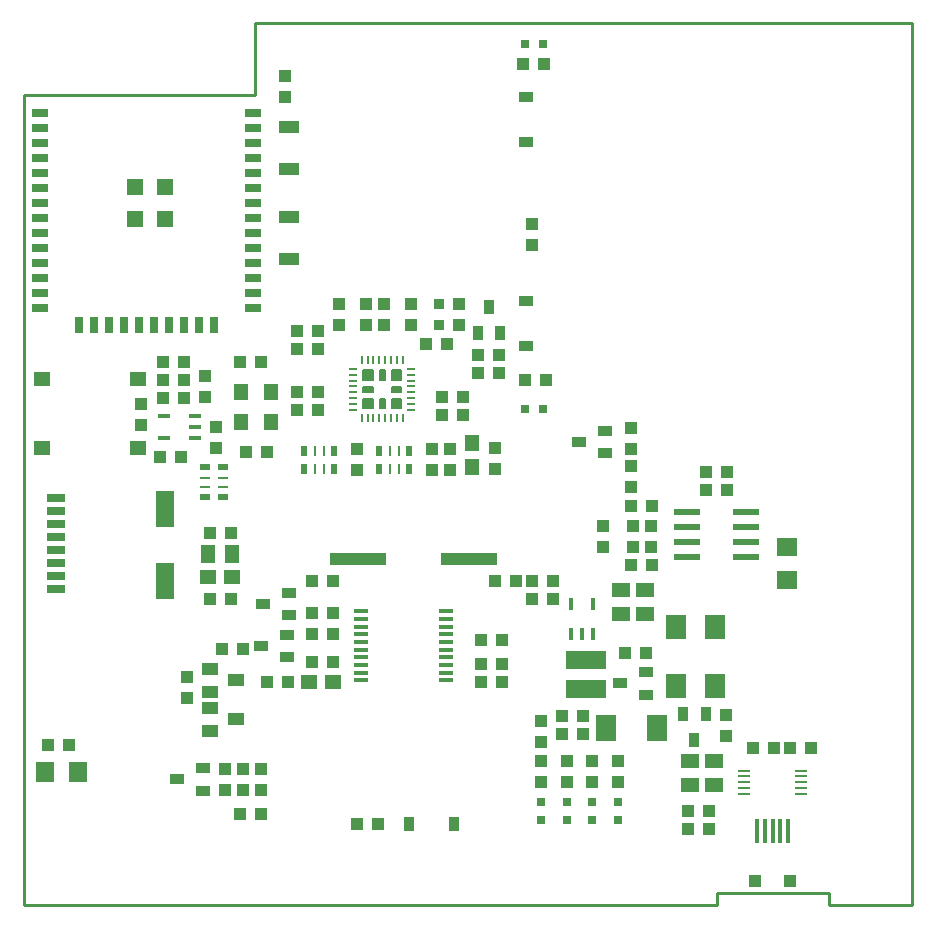
<source format=gbr>
G04 #@! TF.GenerationSoftware,KiCad,Pcbnew,no-vcs-found-ddec803~58~ubuntu14.04.1*
G04 #@! TF.CreationDate,2017-06-01T11:20:14+03:00*
G04 #@! TF.ProjectId,ESP32-EVB_Rev_C,45535033322D4556425F5265765F432E,C*
G04 #@! TF.FileFunction,Paste,Top*
G04 #@! TF.FilePolarity,Positive*
%FSLAX46Y46*%
G04 Gerber Fmt 4.6, Leading zero omitted, Abs format (unit mm)*
G04 Created by KiCad (PCBNEW no-vcs-found-ddec803~58~ubuntu14.04.1) date Thu Jun  1 11:20:14 2017*
%MOMM*%
%LPD*%
G01*
G04 APERTURE LIST*
%ADD10C,0.100000*%
%ADD11C,0.254000*%
%ADD12C,0.200000*%
%ADD13R,1.100000X1.000000*%
%ADD14R,0.325000X2.150000*%
%ADD15R,0.980000X0.230000*%
%ADD16R,2.200000X0.600000*%
%ADD17R,1.270000X0.325000*%
%ADD18R,0.230000X0.780000*%
%ADD19R,0.780000X0.230000*%
%ADD20R,0.914400X0.914400*%
%ADD21R,1.435000X0.635000*%
%ADD22R,0.635000X1.435000*%
%ADD23R,1.400000X1.400000*%
%ADD24R,1.500000X3.100000*%
%ADD25R,1.500000X0.800000*%
%ADD26R,1.524000X1.270000*%
%ADD27R,1.016000X1.016000*%
%ADD28R,1.270000X1.524000*%
%ADD29R,1.200000X1.400000*%
%ADD30R,1.298400X0.898400*%
%ADD31R,1.778000X2.286000*%
%ADD32R,1.700000X2.000000*%
%ADD33R,0.898400X1.298400*%
%ADD34R,1.422400X1.168400*%
%ADD35R,3.398400X1.498400*%
%ADD36R,1.168400X1.422400*%
%ADD37R,0.800000X0.800000*%
%ADD38R,0.914400X0.279400*%
%ADD39R,0.914400X0.533400*%
%ADD40R,0.279400X0.914400*%
%ADD41R,0.533400X0.914400*%
%ADD42R,0.448400X1.098400*%
%ADD43R,1.778000X1.016000*%
%ADD44R,4.724400X0.998400*%
%ADD45R,1.778000X1.524000*%
%ADD46R,1.524000X1.778000*%
%ADD47R,1.098400X0.448400*%
%ADD48R,1.400000X1.000000*%
G04 APERTURE END LIST*
D10*
D11*
X137795000Y-141732000D02*
X144780000Y-141732000D01*
X137795000Y-140716000D02*
X137795000Y-141732000D01*
X128270000Y-140716000D02*
X137795000Y-140716000D01*
X128270000Y-141732000D02*
X128270000Y-140716000D01*
X69596000Y-141732000D02*
X128270000Y-141732000D01*
X89154000Y-67056000D02*
X144780000Y-67056000D01*
X89154000Y-73152000D02*
X89154000Y-67056000D01*
X69596000Y-73152000D02*
X89154000Y-73152000D01*
X69596000Y-141732000D02*
X69596000Y-73152000D01*
X144780000Y-141732000D02*
X144780000Y-67056000D01*
D12*
X101549000Y-97244000D02*
X101549000Y-96444000D01*
X100749000Y-97244000D02*
X101549000Y-97244000D01*
X100749000Y-96444000D02*
X100749000Y-97244000D01*
X101549000Y-96444000D02*
X100749000Y-96444000D01*
X101549000Y-96544000D02*
X100749000Y-96544000D01*
X101549000Y-96644000D02*
X100749000Y-96644000D01*
X101549000Y-96744000D02*
X100749000Y-96744000D01*
X101549000Y-96844000D02*
X100749000Y-96844000D01*
X101549000Y-96944000D02*
X100749000Y-96944000D01*
X101549000Y-97044000D02*
X100749000Y-97044000D01*
X101549000Y-97144000D02*
X100749000Y-97144000D01*
X99149000Y-97144000D02*
X98349000Y-97144000D01*
X99149000Y-97044000D02*
X98349000Y-97044000D01*
X99149000Y-96944000D02*
X98349000Y-96944000D01*
X99149000Y-96844000D02*
X98349000Y-96844000D01*
X99149000Y-96744000D02*
X98349000Y-96744000D01*
X99149000Y-96644000D02*
X98349000Y-96644000D01*
X99149000Y-96544000D02*
X98349000Y-96544000D01*
X99149000Y-96444000D02*
X98349000Y-96444000D01*
X98349000Y-96444000D02*
X98349000Y-97244000D01*
X98349000Y-97244000D02*
X99149000Y-97244000D01*
X99149000Y-97244000D02*
X99149000Y-96444000D01*
X101549000Y-99544000D02*
X100749000Y-99544000D01*
X101549000Y-99444000D02*
X100749000Y-99444000D01*
X101549000Y-99344000D02*
X100749000Y-99344000D01*
X101549000Y-99244000D02*
X100749000Y-99244000D01*
X101549000Y-99144000D02*
X100749000Y-99144000D01*
X101549000Y-99044000D02*
X100749000Y-99044000D01*
X101549000Y-98944000D02*
X100749000Y-98944000D01*
X101549000Y-98844000D02*
X100749000Y-98844000D01*
X100749000Y-98844000D02*
X100749000Y-99644000D01*
X100749000Y-99644000D02*
X101549000Y-99644000D01*
X101549000Y-99644000D02*
X101549000Y-98844000D01*
X99149000Y-99644000D02*
X99149000Y-98844000D01*
X98349000Y-99644000D02*
X99149000Y-99644000D01*
X98349000Y-98844000D02*
X98349000Y-99644000D01*
X99149000Y-98844000D02*
X98349000Y-98844000D01*
X99149000Y-98944000D02*
X98349000Y-98944000D01*
X99149000Y-99044000D02*
X98349000Y-99044000D01*
X99149000Y-99144000D02*
X98349000Y-99144000D01*
X99149000Y-99244000D02*
X98349000Y-99244000D01*
X99149000Y-99344000D02*
X98349000Y-99344000D01*
X99149000Y-99444000D02*
X98349000Y-99444000D01*
X99149000Y-99544000D02*
X98349000Y-99544000D01*
X99749000Y-96444000D02*
X100149000Y-96444000D01*
X99749000Y-97244000D02*
X99749000Y-96444000D01*
X100149000Y-97244000D02*
X99749000Y-97244000D01*
X100149000Y-96444000D02*
X100149000Y-97244000D01*
X100049000Y-96444000D02*
X100049000Y-97244000D01*
X99949000Y-96444000D02*
X99949000Y-97244000D01*
X99849000Y-96444000D02*
X99849000Y-97244000D01*
X99849000Y-98844000D02*
X99849000Y-99644000D01*
X99949000Y-98844000D02*
X99949000Y-99644000D01*
X100049000Y-98844000D02*
X100049000Y-99644000D01*
X100149000Y-98844000D02*
X100149000Y-99644000D01*
X100149000Y-99644000D02*
X99749000Y-99644000D01*
X99749000Y-99644000D02*
X99749000Y-98844000D01*
X99749000Y-98844000D02*
X100149000Y-98844000D01*
X101549000Y-98244000D02*
X101549000Y-97844000D01*
X100749000Y-98244000D02*
X101549000Y-98244000D01*
X100749000Y-97844000D02*
X100749000Y-98244000D01*
X101549000Y-97844000D02*
X100749000Y-97844000D01*
X101549000Y-97944000D02*
X100749000Y-97944000D01*
X100749000Y-98044000D02*
X101549000Y-98044000D01*
X101549000Y-98144000D02*
X100749000Y-98144000D01*
X99149000Y-98144000D02*
X98349000Y-98144000D01*
X98349000Y-98044000D02*
X99149000Y-98044000D01*
X99149000Y-97944000D02*
X98349000Y-97944000D01*
X99149000Y-97844000D02*
X98349000Y-97844000D01*
X98349000Y-97844000D02*
X98349000Y-98244000D01*
X98349000Y-98244000D02*
X99149000Y-98244000D01*
X99149000Y-98244000D02*
X99149000Y-97844000D01*
D13*
X134500000Y-139703000D03*
X131500000Y-139703000D03*
D14*
X134300000Y-135403000D03*
X133650000Y-135403000D03*
X133000000Y-135403000D03*
X132350000Y-135403000D03*
X131700000Y-135403000D03*
D15*
X135369000Y-130318000D03*
X135369000Y-130818000D03*
X135369000Y-131318000D03*
X135369000Y-131818000D03*
X135369000Y-132318000D03*
X130569000Y-132318000D03*
X130569000Y-131818000D03*
X130569000Y-131318000D03*
X130569000Y-130818000D03*
X130569000Y-130318000D03*
D16*
X130770000Y-108458000D03*
X130770000Y-109728000D03*
X130770000Y-110998000D03*
X130770000Y-112268000D03*
X125770000Y-112268000D03*
X125770000Y-110998000D03*
X125770000Y-109728000D03*
X125770000Y-108458000D03*
D17*
X105346500Y-122686000D03*
X105346500Y-122036000D03*
X105346500Y-121386000D03*
X105346500Y-120736000D03*
X105346500Y-120086000D03*
X105346500Y-119436000D03*
X105346500Y-118786000D03*
X105346500Y-118136000D03*
X105346500Y-117486000D03*
X105346500Y-116836000D03*
X98107500Y-116836000D03*
X98107500Y-117486000D03*
X98107500Y-118136000D03*
X98107500Y-118786000D03*
X98107500Y-119436000D03*
X98107500Y-120086000D03*
X98107500Y-120736000D03*
X98107500Y-121386000D03*
X98107500Y-122036000D03*
X98107500Y-122686000D03*
D18*
X98199000Y-95594000D03*
X98699000Y-95594000D03*
X99199000Y-95594000D03*
X99699000Y-95594000D03*
X100199000Y-95594000D03*
X100699000Y-95594000D03*
X101199000Y-95594000D03*
X101699000Y-95594000D03*
D19*
X102399000Y-96294000D03*
X102399000Y-96794000D03*
X102399000Y-97294000D03*
X102399000Y-97794000D03*
X102399000Y-98294000D03*
X102399000Y-98794000D03*
X102399000Y-99294000D03*
X102399000Y-99794000D03*
D18*
X101699000Y-100494000D03*
X101199000Y-100494000D03*
X100699000Y-100494000D03*
X100199000Y-100494000D03*
X99699000Y-100494000D03*
X99199000Y-100494000D03*
X98699000Y-100494000D03*
X98199000Y-100494000D03*
D19*
X97499000Y-99794000D03*
X97499000Y-99294000D03*
X97499000Y-98794000D03*
X97499000Y-98294000D03*
X97499000Y-97794000D03*
X97499000Y-97294000D03*
X97499000Y-96794000D03*
X97499000Y-96294000D03*
D20*
X104775000Y-92583000D03*
X104775000Y-90805000D03*
D21*
X89010000Y-74673000D03*
X89010000Y-75943000D03*
X89010000Y-77213000D03*
X89010000Y-78483000D03*
X89010000Y-79753000D03*
X89010000Y-81023000D03*
X89010000Y-82293000D03*
X89010000Y-83563000D03*
X89010000Y-84833000D03*
X89010000Y-86103000D03*
X89010000Y-87373000D03*
X89010000Y-88643000D03*
X89010000Y-89913000D03*
X89010000Y-91183000D03*
D22*
X85740000Y-92633000D03*
X84470000Y-92633000D03*
X83200000Y-92633000D03*
X81930000Y-92633000D03*
X80660000Y-92633000D03*
X79390000Y-92633000D03*
X78120000Y-92633000D03*
X76850000Y-92633000D03*
X75580000Y-92633000D03*
X74310000Y-92633000D03*
D21*
X71010000Y-91143000D03*
X71010000Y-89873000D03*
X71010000Y-88603000D03*
X71010000Y-87333000D03*
X71010000Y-86063000D03*
X71010000Y-84793000D03*
X71010000Y-83523000D03*
X71010000Y-82253000D03*
X71010000Y-80983000D03*
X71010000Y-79713000D03*
X71010000Y-78443000D03*
X71010000Y-77173000D03*
X71010000Y-75903000D03*
X71010000Y-74633000D03*
D23*
X79011000Y-80949000D03*
X81551000Y-80949000D03*
X79036400Y-83616000D03*
X81576400Y-83616000D03*
D24*
X81577000Y-114275000D03*
X81577000Y-108215000D03*
D25*
X72327000Y-107275000D03*
X72327000Y-108375000D03*
X72327000Y-109475000D03*
X72327000Y-110575000D03*
X72327000Y-111675000D03*
X72327000Y-112775000D03*
X72327000Y-113875000D03*
X72327000Y-114975000D03*
D26*
X125984000Y-131572000D03*
X125984000Y-129540000D03*
X128016000Y-129540000D03*
X128016000Y-131572000D03*
D27*
X91948000Y-122809000D03*
X90170000Y-122809000D03*
X116967000Y-125730000D03*
X115189000Y-125730000D03*
X116967000Y-127254000D03*
X115189000Y-127254000D03*
X105664000Y-104902000D03*
X105664000Y-103124000D03*
X104140000Y-104902000D03*
X104140000Y-103124000D03*
D28*
X85217000Y-112014000D03*
X87249000Y-112014000D03*
D27*
X106426000Y-92583000D03*
X106426000Y-90805000D03*
X109474000Y-104775000D03*
X109474000Y-102997000D03*
X97790000Y-104902000D03*
X97790000Y-103124000D03*
X103632000Y-94234000D03*
X105410000Y-94234000D03*
X94488000Y-94615000D03*
X92710000Y-94615000D03*
X94488000Y-99822000D03*
X92710000Y-99822000D03*
X92710000Y-98298000D03*
X94488000Y-98298000D03*
X105029000Y-98679000D03*
X106807000Y-98679000D03*
D29*
X90551000Y-100838000D03*
X90551000Y-98298000D03*
X88011000Y-98298000D03*
X88011000Y-100838000D03*
D30*
X112141000Y-94356000D03*
X112141000Y-90556000D03*
D31*
X118854000Y-126746000D03*
X123208000Y-126746000D03*
D30*
X112141000Y-77084000D03*
X112141000Y-73284000D03*
D32*
X124841000Y-118150000D03*
X124841000Y-123150000D03*
D33*
X102240000Y-134874000D03*
X106040000Y-134874000D03*
D30*
X120055640Y-122938540D03*
X122265440Y-121983500D03*
X122265440Y-123885960D03*
D34*
X93726000Y-122809000D03*
X95758000Y-122809000D03*
D35*
X117221000Y-123374000D03*
X117221000Y-120974000D03*
D36*
X107569000Y-104648000D03*
X107569000Y-102616000D03*
D34*
X85217000Y-113919000D03*
X87249000Y-113919000D03*
D37*
X113538000Y-99695000D03*
X112014000Y-99695000D03*
X112014000Y-68834000D03*
X113538000Y-68834000D03*
X119888000Y-132969000D03*
X119888000Y-134493000D03*
D30*
X116626640Y-102491540D03*
X118836440Y-101536500D03*
X118836440Y-103438960D03*
D33*
X108016040Y-93309440D03*
X109918500Y-93309440D03*
X108963460Y-91099640D03*
D27*
X121031000Y-104521000D03*
X121031000Y-106299000D03*
X121031000Y-101346000D03*
X121031000Y-103124000D03*
X113792000Y-97282000D03*
X112014000Y-97282000D03*
X108077000Y-96647000D03*
X109855000Y-96647000D03*
X109855000Y-95123000D03*
X108077000Y-95123000D03*
X113411000Y-131318000D03*
X113411000Y-129540000D03*
X125857000Y-133731000D03*
X127635000Y-133731000D03*
X115570000Y-129540000D03*
X115570000Y-131318000D03*
X125857000Y-135255000D03*
X127635000Y-135255000D03*
X111887000Y-70485000D03*
X113665000Y-70485000D03*
X133096000Y-128397000D03*
X131318000Y-128397000D03*
X136271000Y-128397000D03*
X134493000Y-128397000D03*
X83185000Y-95758000D03*
X81407000Y-95758000D03*
X117729000Y-131318000D03*
X117729000Y-129540000D03*
X82931000Y-103759000D03*
X81153000Y-103759000D03*
X122301000Y-120396000D03*
X120523000Y-120396000D03*
X87884000Y-133985000D03*
X89662000Y-133985000D03*
X89662000Y-131953000D03*
X89662000Y-130175000D03*
X113411000Y-127889000D03*
X113411000Y-126111000D03*
X97790000Y-134874000D03*
X99568000Y-134874000D03*
X85852000Y-102997000D03*
X85852000Y-101219000D03*
X91694000Y-71501000D03*
X91694000Y-73279000D03*
X112649000Y-85852000D03*
X112649000Y-84074000D03*
X98552000Y-90805000D03*
X98552000Y-92583000D03*
X85344000Y-115824000D03*
X87122000Y-115824000D03*
X96266000Y-92583000D03*
X96266000Y-90805000D03*
X102362000Y-90805000D03*
X102362000Y-92583000D03*
X100076000Y-92583000D03*
X100076000Y-90805000D03*
X90170000Y-103378000D03*
X88392000Y-103378000D03*
X110109000Y-122809000D03*
X108331000Y-122809000D03*
X87884000Y-95758000D03*
X89662000Y-95758000D03*
X106807000Y-100203000D03*
X105029000Y-100203000D03*
X94488000Y-93091000D03*
X92710000Y-93091000D03*
X110109000Y-121285000D03*
X108331000Y-121285000D03*
X95758000Y-116967000D03*
X93980000Y-116967000D03*
D38*
X84963000Y-106299000D03*
X84963000Y-105537000D03*
X86487000Y-106299000D03*
X86487000Y-105537000D03*
D39*
X84963000Y-107188000D03*
X86487000Y-107188000D03*
X84963000Y-104648000D03*
X86487000Y-104648000D03*
D40*
X94996000Y-104775000D03*
X94234000Y-104775000D03*
X94996000Y-103251000D03*
X94234000Y-103251000D03*
D41*
X95885000Y-104775000D03*
X95885000Y-103251000D03*
X93345000Y-104775000D03*
X93345000Y-103251000D03*
X102235000Y-104775000D03*
X102235000Y-103251000D03*
X99695000Y-104775000D03*
X99695000Y-103251000D03*
D40*
X101346000Y-104775000D03*
X100584000Y-104775000D03*
X101346000Y-103251000D03*
X100584000Y-103251000D03*
D42*
X117790000Y-116175000D03*
X115890000Y-116175000D03*
X117790000Y-118775000D03*
X116840000Y-118775000D03*
X115890000Y-118775000D03*
D27*
X85344000Y-110236000D03*
X87122000Y-110236000D03*
D34*
X71120000Y-97155000D03*
X79248000Y-97155000D03*
X71120000Y-102997000D03*
X79248000Y-102997000D03*
D43*
X92075000Y-86995000D03*
X92075000Y-83439000D03*
X92075000Y-79375000D03*
X92075000Y-75819000D03*
D37*
X115570000Y-134493000D03*
X115570000Y-132969000D03*
X113411000Y-134493000D03*
X113411000Y-132969000D03*
D27*
X93980000Y-114300000D03*
X95758000Y-114300000D03*
X109474000Y-114300000D03*
X111252000Y-114300000D03*
X93980000Y-121158000D03*
X95758000Y-121158000D03*
X108331000Y-119253000D03*
X110109000Y-119253000D03*
X121158000Y-111379000D03*
X121158000Y-109601000D03*
X122682000Y-109601000D03*
X122682000Y-111379000D03*
X71628000Y-128143000D03*
X73406000Y-128143000D03*
X79502000Y-101092000D03*
X79502000Y-99314000D03*
D32*
X128143000Y-118150000D03*
X128143000Y-123150000D03*
D33*
X126367540Y-127721360D03*
X125412500Y-125511560D03*
X127314960Y-125511560D03*
D37*
X117729000Y-134493000D03*
X117729000Y-132969000D03*
D44*
X97917000Y-112395000D03*
X107315000Y-112395000D03*
D30*
X89829640Y-116207540D03*
X92039440Y-115252500D03*
X92039440Y-117154960D03*
X89702640Y-119763540D03*
X91912440Y-118808500D03*
X91912440Y-120710960D03*
X82590640Y-131066540D03*
X84800440Y-130111500D03*
X84800440Y-132013960D03*
D27*
X129032000Y-125603000D03*
X129032000Y-127381000D03*
X93980000Y-118745000D03*
X95758000Y-118745000D03*
X83185000Y-97282000D03*
X81407000Y-97282000D03*
X81407000Y-98806000D03*
X83185000Y-98806000D03*
D45*
X134239000Y-114173000D03*
X134239000Y-111379000D03*
D27*
X127381000Y-106553000D03*
X129159000Y-106553000D03*
X129159000Y-105029000D03*
X127381000Y-105029000D03*
X121031000Y-107950000D03*
X122809000Y-107950000D03*
X122809000Y-112903000D03*
X121031000Y-112903000D03*
X118618000Y-109601000D03*
X118618000Y-111379000D03*
D46*
X71374000Y-130429000D03*
X74168000Y-130429000D03*
D27*
X84963000Y-98679000D03*
X84963000Y-96901000D03*
X88138000Y-131953000D03*
X88138000Y-130175000D03*
X86614000Y-130175000D03*
X86614000Y-131953000D03*
X119888000Y-129540000D03*
X119888000Y-131318000D03*
X114427000Y-115824000D03*
X112649000Y-115824000D03*
X112649000Y-114300000D03*
X114427000Y-114300000D03*
D26*
X122174000Y-117094000D03*
X122174000Y-115062000D03*
X120142000Y-115062000D03*
X120142000Y-117094000D03*
D27*
X86360000Y-120015000D03*
X88138000Y-120015000D03*
D47*
X81504000Y-100269000D03*
X81504000Y-102169000D03*
X84104000Y-100269000D03*
X84104000Y-101219000D03*
X84104000Y-102169000D03*
D48*
X85387000Y-125034000D03*
X85387000Y-126934000D03*
X87587000Y-125984000D03*
X85387000Y-121732000D03*
X85387000Y-123632000D03*
X87587000Y-122682000D03*
D27*
X83439000Y-122428000D03*
X83439000Y-124206000D03*
M02*

</source>
